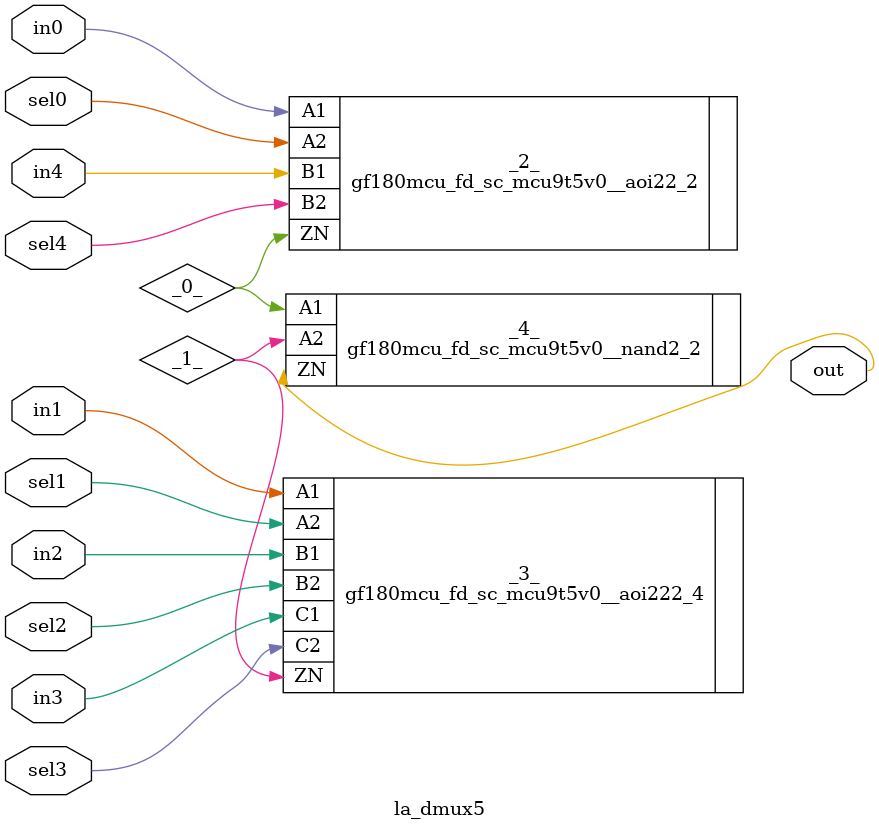
<source format=v>

/* Generated by Yosys 0.44 (git sha1 80ba43d26, g++ 11.4.0-1ubuntu1~22.04 -fPIC -O3) */

(* top =  1  *)
(* src = "generated" *)
module la_dmux5 (
    sel4,
    sel3,
    sel2,
    sel1,
    sel0,
    in4,
    in3,
    in2,
    in1,
    in0,
    out
);
  wire _0_;
  wire _1_;
  (* src = "generated" *)
  input in0;
  wire in0;
  (* src = "generated" *)
  input in1;
  wire in1;
  (* src = "generated" *)
  input in2;
  wire in2;
  (* src = "generated" *)
  input in3;
  wire in3;
  (* src = "generated" *)
  input in4;
  wire in4;
  (* src = "generated" *)
  output out;
  wire out;
  (* src = "generated" *)
  input sel0;
  wire sel0;
  (* src = "generated" *)
  input sel1;
  wire sel1;
  (* src = "generated" *)
  input sel2;
  wire sel2;
  (* src = "generated" *)
  input sel3;
  wire sel3;
  (* src = "generated" *)
  input sel4;
  wire sel4;
  gf180mcu_fd_sc_mcu9t5v0__aoi22_2 _2_ (
      .A1(in0),
      .A2(sel0),
      .B1(in4),
      .B2(sel4),
      .ZN(_0_)
  );
  gf180mcu_fd_sc_mcu9t5v0__aoi222_4 _3_ (
      .A1(in1),
      .A2(sel1),
      .B1(in2),
      .B2(sel2),
      .C1(in3),
      .C2(sel3),
      .ZN(_1_)
  );
  gf180mcu_fd_sc_mcu9t5v0__nand2_2 _4_ (
      .A1(_0_),
      .A2(_1_),
      .ZN(out)
  );
endmodule

</source>
